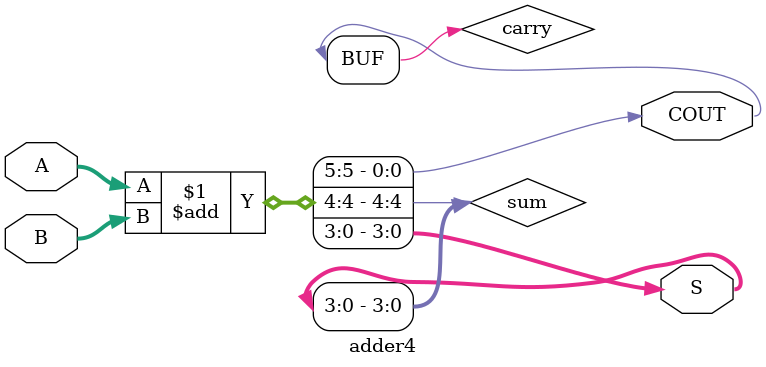
<source format=v>

module adder4(
    input [3:0] A,
    input [3:0] B,
    output [3:0] S,
    output COUT
);

wire [4:0] sum;
wire carry;

assign {carry, sum} = A + B;
assign COUT = carry;

assign S = sum[3:0];

endmodule
</source>
